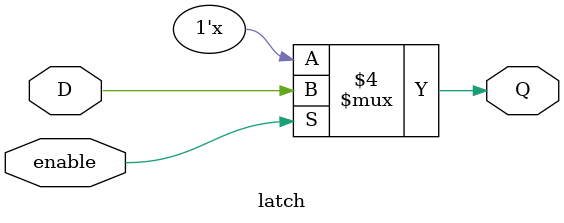
<source format=v>
module latch (
input D,
input enable,
output Q
);
always@(enanle or D ) begin
	if (enable == 1'b1) 
	Q <= D;
	else 
	Q <= Q;
end
endmodule

</source>
